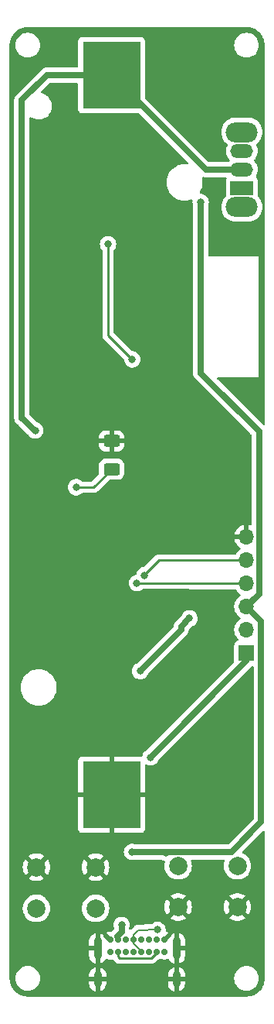
<source format=gbr>
%TF.GenerationSoftware,KiCad,Pcbnew,7.0.2-0*%
%TF.CreationDate,2023-05-31T17:16:31-07:00*%
%TF.ProjectId,camera-clicker,63616d65-7261-42d6-936c-69636b65722e,rev?*%
%TF.SameCoordinates,Original*%
%TF.FileFunction,Copper,L2,Bot*%
%TF.FilePolarity,Positive*%
%FSLAX46Y46*%
G04 Gerber Fmt 4.6, Leading zero omitted, Abs format (unit mm)*
G04 Created by KiCad (PCBNEW 7.0.2-0) date 2023-05-31 17:16:31*
%MOMM*%
%LPD*%
G01*
G04 APERTURE LIST*
G04 Aperture macros list*
%AMRoundRect*
0 Rectangle with rounded corners*
0 $1 Rounding radius*
0 $2 $3 $4 $5 $6 $7 $8 $9 X,Y pos of 4 corners*
0 Add a 4 corners polygon primitive as box body*
4,1,4,$2,$3,$4,$5,$6,$7,$8,$9,$2,$3,0*
0 Add four circle primitives for the rounded corners*
1,1,$1+$1,$2,$3*
1,1,$1+$1,$4,$5*
1,1,$1+$1,$6,$7*
1,1,$1+$1,$8,$9*
0 Add four rect primitives between the rounded corners*
20,1,$1+$1,$2,$3,$4,$5,0*
20,1,$1+$1,$4,$5,$6,$7,0*
20,1,$1+$1,$6,$7,$8,$9,0*
20,1,$1+$1,$8,$9,$2,$3,0*%
G04 Aperture macros list end*
%TA.AperFunction,ComponentPad*%
%ADD10O,3.500000X2.200000*%
%TD*%
%TA.AperFunction,ComponentPad*%
%ADD11R,2.500000X1.500000*%
%TD*%
%TA.AperFunction,ComponentPad*%
%ADD12O,2.500000X1.500000*%
%TD*%
%TA.AperFunction,ComponentPad*%
%ADD13R,1.700000X1.700000*%
%TD*%
%TA.AperFunction,ComponentPad*%
%ADD14O,1.700000X1.700000*%
%TD*%
%TA.AperFunction,ComponentPad*%
%ADD15C,2.000000*%
%TD*%
%TA.AperFunction,ComponentPad*%
%ADD16O,0.900000X1.700000*%
%TD*%
%TA.AperFunction,ComponentPad*%
%ADD17O,0.900000X2.400000*%
%TD*%
%TA.AperFunction,ComponentPad*%
%ADD18C,0.700000*%
%TD*%
%TA.AperFunction,SMDPad,CuDef*%
%ADD19R,6.350000X7.340000*%
%TD*%
%TA.AperFunction,SMDPad,CuDef*%
%ADD20RoundRect,0.250000X-0.625000X0.400000X-0.625000X-0.400000X0.625000X-0.400000X0.625000X0.400000X0*%
%TD*%
%TA.AperFunction,ViaPad*%
%ADD21C,0.800000*%
%TD*%
%TA.AperFunction,Conductor*%
%ADD22C,0.250000*%
%TD*%
%TA.AperFunction,Conductor*%
%ADD23C,0.650000*%
%TD*%
%TA.AperFunction,Conductor*%
%ADD24C,0.200000*%
%TD*%
G04 APERTURE END LIST*
D10*
%TO.P,SW1,*%
%TO.N,*%
X155500000Y-61700000D03*
X155500000Y-53500000D03*
D11*
%TO.P,SW1,1,A*%
%TO.N,unconnected-(SW1-A-Pad1)*%
X155500000Y-59600000D03*
D12*
%TO.P,SW1,2,B*%
%TO.N,Net-(BT1-+)*%
X155500000Y-57600000D03*
%TO.P,SW1,3,C*%
%TO.N,+BATT*%
X155500000Y-55600000D03*
%TD*%
D13*
%TO.P,J2,1,Pin_1*%
%TO.N,+5V*%
X156000000Y-110450000D03*
D14*
%TO.P,J2,2,Pin_2*%
%TO.N,+3.3V*%
X156000000Y-107910000D03*
%TO.P,J2,3,Pin_3*%
%TO.N,+BATT*%
X156000000Y-105370000D03*
%TO.P,J2,4,Pin_4*%
%TO.N,/TX*%
X156000000Y-102830000D03*
%TO.P,J2,5,Pin_5*%
%TO.N,/RX*%
X156000000Y-100290000D03*
%TO.P,J2,6,Pin_6*%
%TO.N,GND*%
X156000000Y-97750000D03*
%TD*%
D15*
%TO.P,SW3,2,B*%
%TO.N,Net-(SW3-B)*%
X148500000Y-133700000D03*
X155000000Y-133700000D03*
%TO.P,SW3,1,A*%
%TO.N,GND*%
X148500000Y-138200000D03*
X155000000Y-138200000D03*
%TD*%
D16*
%TO.P,J1,S1,SHIELD*%
%TO.N,GND*%
X148325000Y-146110000D03*
D17*
X148325000Y-142730000D03*
D16*
X139675000Y-146110000D03*
D17*
X139675000Y-142730000D03*
D18*
%TO.P,J1,B12,GND*%
X141025000Y-143100000D03*
%TO.P,J1,B9,VBUS*%
%TO.N,+5V*%
X141875000Y-143100000D03*
%TO.P,J1,B8,SBU2*%
%TO.N,unconnected-(J1-SBU2-PadB8)*%
X142725000Y-143100000D03*
%TO.P,J1,B7,D-*%
%TO.N,/D-*%
X143575000Y-143100000D03*
%TO.P,J1,B6,D+*%
%TO.N,/D+*%
X144425000Y-143100000D03*
%TO.P,J1,B5,CC2*%
%TO.N,Net-(J1-CC2)*%
X145275000Y-143100000D03*
%TO.P,J1,B4,VBUS*%
%TO.N,+5V*%
X146125000Y-143100000D03*
%TO.P,J1,B1,GND*%
%TO.N,GND*%
X146975000Y-143100000D03*
%TO.P,J1,A12,GND*%
X146975000Y-141750000D03*
%TO.P,J1,A9,VBUS*%
%TO.N,+5V*%
X146125000Y-141750000D03*
%TO.P,J1,A8,SBU1*%
%TO.N,unconnected-(J1-SBU1-PadA8)*%
X145275000Y-141750000D03*
%TO.P,J1,A7,D-*%
%TO.N,/D-*%
X144425000Y-141750000D03*
%TO.P,J1,A6,D+*%
%TO.N,/D+*%
X143575000Y-141750000D03*
%TO.P,J1,A5,CC1*%
%TO.N,Net-(J1-CC1)*%
X142725000Y-141750000D03*
%TO.P,J1,A4,VBUS*%
%TO.N,+5V*%
X141875000Y-141750000D03*
%TO.P,J1,A1,GND*%
%TO.N,GND*%
X141025000Y-141750000D03*
%TD*%
D15*
%TO.P,SW2,2,B*%
%TO.N,GND*%
X132950000Y-133850000D03*
X139450000Y-133850000D03*
%TO.P,SW2,1,A*%
%TO.N,Net-(SW2-A)*%
X132950000Y-138350000D03*
X139450000Y-138350000D03*
%TD*%
D19*
%TO.P,BT1,1,+*%
%TO.N,Net-(BT1-+)*%
X141200000Y-47270000D03*
%TO.P,BT1,2,-*%
%TO.N,GND*%
X141200000Y-125930000D03*
%TD*%
D20*
%TO.P,TH1,1*%
%TO.N,GND*%
X141200000Y-87250000D03*
%TO.P,TH1,2*%
%TO.N,Net-(R6-Pad2)*%
X141200000Y-90350000D03*
%TD*%
D21*
%TO.N,GND*%
X135180000Y-92530000D03*
X133210000Y-90160000D03*
X139380000Y-88980000D03*
%TO.N,/TX*%
X143980000Y-102800000D03*
%TO.N,/RX*%
X144810000Y-101930000D03*
%TO.N,/SW2*%
X143460000Y-78340000D03*
X140810000Y-65750000D03*
%TO.N,+3.3V*%
X149740000Y-106650000D03*
X144330000Y-112410000D03*
%TO.N,+5V*%
X142300000Y-140170000D03*
X145480000Y-121830000D03*
%TO.N,/D+*%
X146230000Y-140700000D03*
%TO.N,+BATT*%
X147120000Y-132240000D03*
X143450000Y-132180000D03*
%TO.N,GND*%
X136560000Y-89260000D03*
%TO.N,Net-(BT1-+)*%
X132820000Y-86100000D03*
%TO.N,+BATT*%
X150970000Y-61150000D03*
%TO.N,Net-(R6-Pad2)*%
X137310000Y-92320000D03*
%TD*%
D22*
%TO.N,/TX*%
X143980000Y-102800000D02*
X143970000Y-102830000D01*
%TO.N,/RX*%
X144740000Y-101930000D02*
X144770000Y-101900000D01*
X144810000Y-101930000D02*
X144740000Y-101930000D01*
X144810000Y-101860000D02*
X144810000Y-101930000D01*
%TO.N,/TX*%
X156000000Y-102830000D02*
X143980000Y-102800000D01*
%TO.N,/RX*%
X146380000Y-100290000D02*
X144810000Y-101860000D01*
X156000000Y-100290000D02*
X146380000Y-100290000D01*
%TO.N,/SW2*%
X143460000Y-78350000D02*
X143430000Y-78320000D01*
X143460000Y-78340000D02*
X143460000Y-78350000D01*
X143450000Y-78340000D02*
X143460000Y-78340000D01*
X140810000Y-75700000D02*
X143450000Y-78340000D01*
X140810000Y-65750000D02*
X140810000Y-75700000D01*
D23*
%TO.N,+3.3V*%
X149740000Y-106650000D02*
X148830000Y-107560000D01*
X148830000Y-107560000D02*
X148830000Y-107910000D01*
X148830000Y-107910000D02*
X144330000Y-112410000D01*
D22*
%TO.N,+5V*%
X141875000Y-143100000D02*
X141875000Y-143594974D01*
X145554595Y-143775000D02*
X146125000Y-143204595D01*
X141875000Y-143594974D02*
X142055026Y-143775000D01*
X142055026Y-143775000D02*
X145554595Y-143775000D01*
X146125000Y-143204595D02*
X146125000Y-143100000D01*
D23*
X142300000Y-140170000D02*
X142300000Y-140937563D01*
X142300000Y-140937563D02*
X141850000Y-141387563D01*
X156000000Y-110450000D02*
X156000000Y-111310000D01*
X156000000Y-111310000D02*
X145480000Y-121830000D01*
D24*
%TO.N,/D+*%
X146230000Y-140700000D02*
X146210000Y-140720000D01*
X143575000Y-141255026D02*
X144110026Y-140720000D01*
X143575000Y-141750000D02*
X143575000Y-141255026D01*
X144110026Y-140720000D02*
X146230000Y-140700000D01*
D23*
%TO.N,+BATT*%
X147055000Y-132175000D02*
X143470000Y-132175000D01*
X147120000Y-132240000D02*
X147055000Y-132175000D01*
X147185000Y-132175000D02*
X147120000Y-132240000D01*
X143460000Y-132175000D02*
X143465000Y-132175000D01*
X143450000Y-132180000D02*
X143460000Y-132175000D01*
X143470000Y-132175000D02*
X143450000Y-132180000D01*
X156000000Y-105370000D02*
X157610000Y-106980000D01*
X157610000Y-128933324D02*
X154368324Y-132175000D01*
X157610000Y-106980000D02*
X157610000Y-128933324D01*
X154368324Y-132175000D02*
X147185000Y-132175000D01*
%TO.N,Net-(BT1-+)*%
X132820000Y-86170000D02*
X132750000Y-86100000D01*
X132820000Y-86100000D02*
X132820000Y-86170000D01*
X132750000Y-86100000D02*
X132820000Y-86100000D01*
X131420000Y-84770000D02*
X132750000Y-86100000D01*
X141200000Y-47270000D02*
X134096842Y-47270000D01*
X131350000Y-50016842D02*
X131350000Y-84770000D01*
X134096842Y-47270000D02*
X131350000Y-50016842D01*
X131350000Y-84770000D02*
X131420000Y-84770000D01*
%TO.N,+BATT*%
X150970000Y-61150000D02*
X150970000Y-79829620D01*
X150970000Y-79829620D02*
X157375000Y-86234620D01*
X157375000Y-86234620D02*
X157375000Y-103995000D01*
X157375000Y-103995000D02*
X156000000Y-105370000D01*
D22*
%TO.N,Net-(R6-Pad2)*%
X137310000Y-92320000D02*
X137270000Y-92320000D01*
X139230000Y-92320000D02*
X137310000Y-92320000D01*
X141200000Y-90350000D02*
X139230000Y-92320000D01*
D24*
%TO.N,/D+*%
X143575000Y-141750000D02*
X143575000Y-142180761D01*
X144425000Y-143030761D02*
X144425000Y-143100000D01*
X143575000Y-142180761D02*
X144425000Y-143030761D01*
D23*
%TO.N,Net-(BT1-+)*%
X155500000Y-57600000D02*
X151530000Y-57600000D01*
X151530000Y-57600000D02*
X141200000Y-47270000D01*
%TD*%
%TA.AperFunction,Conductor*%
%TO.N,GND*%
G36*
X156004042Y-42000764D02*
G01*
X156083743Y-42005988D01*
X156261590Y-42018709D01*
X156276904Y-42020772D01*
X156389441Y-42043157D01*
X156530277Y-42073794D01*
X156543690Y-42077518D01*
X156657725Y-42116228D01*
X156661074Y-42117420D01*
X156788808Y-42165062D01*
X156800300Y-42170024D01*
X156910687Y-42224461D01*
X156915187Y-42226798D01*
X157032478Y-42290844D01*
X157041942Y-42296574D01*
X157145269Y-42365615D01*
X157150688Y-42369450D01*
X157256727Y-42448830D01*
X157264145Y-42454844D01*
X157357976Y-42537131D01*
X157363898Y-42542678D01*
X157457320Y-42636100D01*
X157462867Y-42642022D01*
X157545150Y-42735848D01*
X157551173Y-42743278D01*
X157588691Y-42793396D01*
X157630548Y-42849310D01*
X157634383Y-42854729D01*
X157703424Y-42958056D01*
X157709154Y-42967520D01*
X157773183Y-43084779D01*
X157775556Y-43089348D01*
X157783723Y-43105909D01*
X157829969Y-43199687D01*
X157834938Y-43211196D01*
X157882556Y-43338863D01*
X157883793Y-43342338D01*
X157922470Y-43456276D01*
X157926217Y-43469777D01*
X157956847Y-43610580D01*
X157979230Y-43723107D01*
X157981290Y-43738414D01*
X157994017Y-43916350D01*
X157999235Y-43995955D01*
X157999500Y-44004051D01*
X157999500Y-53444956D01*
X157982506Y-53502828D01*
X157996851Y-53529551D01*
X157999500Y-53555043D01*
X157999500Y-61644956D01*
X157982506Y-61702828D01*
X157996851Y-61729551D01*
X157999500Y-61755043D01*
X157999500Y-85392324D01*
X157979815Y-85459363D01*
X157927011Y-85505118D01*
X157857853Y-85515062D01*
X157794297Y-85486037D01*
X157787819Y-85480005D01*
X152819495Y-80511681D01*
X152786010Y-80450358D01*
X152790994Y-80380666D01*
X152832866Y-80324733D01*
X152898330Y-80300316D01*
X152907176Y-80300000D01*
X157300000Y-80300000D01*
X157300000Y-67100000D01*
X151919500Y-67100000D01*
X151852461Y-67080315D01*
X151806706Y-67027511D01*
X151795500Y-66976000D01*
X151795500Y-61543090D01*
X151801569Y-61504772D01*
X151819739Y-61448852D01*
X151855674Y-61338256D01*
X151875460Y-61150000D01*
X151855674Y-60961744D01*
X151814852Y-60836107D01*
X151797179Y-60781715D01*
X151702533Y-60617783D01*
X151575870Y-60477110D01*
X151422730Y-60365848D01*
X151249802Y-60288855D01*
X151064648Y-60249500D01*
X151064646Y-60249500D01*
X150977535Y-60249500D01*
X150910496Y-60229815D01*
X150864741Y-60177011D01*
X150854797Y-60107853D01*
X150868703Y-60066073D01*
X150904878Y-59999822D01*
X151001568Y-59822749D01*
X151100320Y-59557984D01*
X151160387Y-59281861D01*
X151180546Y-59000000D01*
X151160387Y-58718139D01*
X151120577Y-58535136D01*
X151125561Y-58465447D01*
X151167432Y-58409513D01*
X151232897Y-58385096D01*
X151268395Y-58387678D01*
X151340011Y-58403442D01*
X151343228Y-58404195D01*
X151417900Y-58422766D01*
X151417906Y-58422766D01*
X151418280Y-58422859D01*
X151439832Y-58425500D01*
X151440221Y-58425500D01*
X151517114Y-58425500D01*
X151520471Y-58425544D01*
X151597391Y-58427629D01*
X151597392Y-58427628D01*
X151597774Y-58427639D01*
X151620275Y-58425500D01*
X153695556Y-58425500D01*
X153762595Y-58445185D01*
X153808350Y-58497989D01*
X153818294Y-58567147D01*
X153811738Y-58592834D01*
X153806205Y-58607666D01*
X153806204Y-58607669D01*
X153772158Y-58698950D01*
X153755910Y-58742515D01*
X153755909Y-58742517D01*
X153749500Y-58802127D01*
X153749500Y-58805448D01*
X153749500Y-58805449D01*
X153749500Y-60394560D01*
X153749500Y-60394578D01*
X153749501Y-60397872D01*
X153749853Y-60401150D01*
X153749854Y-60401161D01*
X153756021Y-60458524D01*
X153743614Y-60527283D01*
X153720495Y-60556828D01*
X153721113Y-60557355D01*
X153551165Y-60756338D01*
X153420090Y-60970234D01*
X153419534Y-60971141D01*
X153405415Y-61005225D01*
X153323126Y-61203889D01*
X153264317Y-61448850D01*
X153244551Y-61699999D01*
X153264317Y-61951149D01*
X153323126Y-62196110D01*
X153371330Y-62312485D01*
X153419534Y-62428859D01*
X153551164Y-62643659D01*
X153714776Y-62835224D01*
X153906341Y-62998836D01*
X154121141Y-63130466D01*
X154353889Y-63226873D01*
X154598852Y-63285683D01*
X154787118Y-63300500D01*
X154789563Y-63300500D01*
X156210437Y-63300500D01*
X156212882Y-63300500D01*
X156401148Y-63285683D01*
X156646111Y-63226873D01*
X156878859Y-63130466D01*
X157093659Y-62998836D01*
X157285224Y-62835224D01*
X157448836Y-62643659D01*
X157580466Y-62428859D01*
X157676873Y-62196111D01*
X157735683Y-61951148D01*
X157751882Y-61745311D01*
X157769262Y-61699713D01*
X157756523Y-61679891D01*
X157751883Y-61654690D01*
X157735683Y-61448852D01*
X157676873Y-61203889D01*
X157580466Y-60971141D01*
X157448836Y-60756341D01*
X157285224Y-60564776D01*
X157285221Y-60564773D01*
X157278886Y-60557356D01*
X157280274Y-60556169D01*
X157248543Y-60507560D01*
X157243979Y-60458522D01*
X157250144Y-60401180D01*
X157250500Y-60397873D01*
X157250499Y-58802128D01*
X157244091Y-58742517D01*
X157193796Y-58607669D01*
X157107546Y-58492454D01*
X157107547Y-58492454D01*
X157107545Y-58492452D01*
X157068401Y-58463149D01*
X157026531Y-58407215D01*
X157021547Y-58337523D01*
X157039222Y-58295578D01*
X157105635Y-58194968D01*
X157194103Y-57987988D01*
X157244191Y-57768537D01*
X157254290Y-57543670D01*
X157224075Y-57320613D01*
X157154517Y-57106536D01*
X157047852Y-56908319D01*
X156907508Y-56732334D01*
X156863488Y-56693874D01*
X156825955Y-56634944D01*
X156826241Y-56565075D01*
X156855448Y-56514803D01*
X156863747Y-56506123D01*
X156981632Y-56382825D01*
X157105635Y-56194968D01*
X157194103Y-55987988D01*
X157244191Y-55768537D01*
X157254290Y-55543670D01*
X157224075Y-55320613D01*
X157154517Y-55106536D01*
X157069311Y-54948197D01*
X157054878Y-54879837D01*
X157079695Y-54814523D01*
X157097970Y-54795153D01*
X157285224Y-54635224D01*
X157448836Y-54443659D01*
X157580466Y-54228859D01*
X157676873Y-53996111D01*
X157735683Y-53751148D01*
X157751882Y-53545311D01*
X157769262Y-53499713D01*
X157756523Y-53479891D01*
X157751883Y-53454690D01*
X157735683Y-53248852D01*
X157676873Y-53003889D01*
X157580466Y-52771141D01*
X157448836Y-52556341D01*
X157285224Y-52364776D01*
X157093659Y-52201164D01*
X156878859Y-52069534D01*
X156762484Y-52021330D01*
X156646110Y-51973126D01*
X156401149Y-51914317D01*
X156215316Y-51899691D01*
X156215301Y-51899690D01*
X156212882Y-51899500D01*
X154787118Y-51899500D01*
X154784699Y-51899690D01*
X154784683Y-51899691D01*
X154598850Y-51914317D01*
X154353889Y-51973126D01*
X154121139Y-52069535D01*
X153906342Y-52201163D01*
X153714776Y-52364776D01*
X153551163Y-52556342D01*
X153419535Y-52771139D01*
X153323126Y-53003889D01*
X153264317Y-53248850D01*
X153244551Y-53500000D01*
X153264317Y-53751149D01*
X153323126Y-53996110D01*
X153371330Y-54112485D01*
X153419534Y-54228859D01*
X153551164Y-54443659D01*
X153714776Y-54635224D01*
X153902405Y-54795474D01*
X153940598Y-54853981D01*
X153941096Y-54923849D01*
X153925361Y-54958074D01*
X153894365Y-55005032D01*
X153805896Y-55212012D01*
X153755809Y-55431462D01*
X153745709Y-55656328D01*
X153775925Y-55879388D01*
X153811211Y-55987988D01*
X153845483Y-56093464D01*
X153952148Y-56291681D01*
X154092492Y-56467666D01*
X154136510Y-56506124D01*
X154174044Y-56565055D01*
X154173758Y-56634924D01*
X154144553Y-56685195D01*
X154125799Y-56704809D01*
X154095795Y-56736191D01*
X154035241Y-56771044D01*
X154006169Y-56774500D01*
X151923295Y-56774500D01*
X151856256Y-56754815D01*
X151835614Y-56738181D01*
X144911818Y-49814385D01*
X144878333Y-49753062D01*
X144875499Y-49726704D01*
X144875499Y-44000000D01*
X154644340Y-44000000D01*
X154664936Y-44235407D01*
X154726097Y-44463662D01*
X154726097Y-44463663D01*
X154825965Y-44677829D01*
X154961505Y-44871401D01*
X155128599Y-45038495D01*
X155322171Y-45174035D01*
X155536337Y-45273903D01*
X155764592Y-45335063D01*
X155941034Y-45350500D01*
X155943742Y-45350500D01*
X156056258Y-45350500D01*
X156058966Y-45350500D01*
X156235408Y-45335063D01*
X156463663Y-45273903D01*
X156677829Y-45174035D01*
X156871401Y-45038495D01*
X157038495Y-44871401D01*
X157174035Y-44677830D01*
X157273903Y-44463663D01*
X157335063Y-44235408D01*
X157355659Y-44000000D01*
X157335063Y-43764592D01*
X157273903Y-43536337D01*
X157174035Y-43322171D01*
X157038495Y-43128599D01*
X156871401Y-42961505D01*
X156677829Y-42825965D01*
X156463663Y-42726097D01*
X156463662Y-42726097D01*
X156235407Y-42664936D01*
X156061667Y-42649736D01*
X156061659Y-42649735D01*
X156058966Y-42649500D01*
X155941034Y-42649500D01*
X155938341Y-42649735D01*
X155938332Y-42649736D01*
X155764592Y-42664936D01*
X155536336Y-42726097D01*
X155322170Y-42825965D01*
X155128598Y-42961505D01*
X154961508Y-43128595D01*
X154961505Y-43128598D01*
X154961505Y-43128599D01*
X154887126Y-43234824D01*
X154825964Y-43322172D01*
X154726097Y-43536337D01*
X154664936Y-43764592D01*
X154644340Y-44000000D01*
X144875499Y-44000000D01*
X144875499Y-43555439D01*
X144875499Y-43552128D01*
X144869091Y-43492517D01*
X144818796Y-43357669D01*
X144732546Y-43242454D01*
X144617331Y-43156204D01*
X144482483Y-43105909D01*
X144422873Y-43099500D01*
X144419550Y-43099500D01*
X137980439Y-43099500D01*
X137980420Y-43099500D01*
X137977128Y-43099501D01*
X137973848Y-43099853D01*
X137973840Y-43099854D01*
X137917515Y-43105909D01*
X137782669Y-43156204D01*
X137667454Y-43242454D01*
X137581204Y-43357668D01*
X137530910Y-43492515D01*
X137530909Y-43492517D01*
X137524500Y-43552127D01*
X137524500Y-43555448D01*
X137524500Y-43555449D01*
X137524500Y-46320500D01*
X137504815Y-46387539D01*
X137452011Y-46433294D01*
X137400500Y-46444500D01*
X134135437Y-46444500D01*
X134125374Y-46444091D01*
X134123175Y-46443911D01*
X134074357Y-46439937D01*
X134074356Y-46439937D01*
X134074355Y-46439937D01*
X133998149Y-46450318D01*
X133994822Y-46450726D01*
X133917953Y-46459087D01*
X133896809Y-46464042D01*
X133824245Y-46490700D01*
X133821082Y-46491813D01*
X133747823Y-46516498D01*
X133728213Y-46525894D01*
X133663056Y-46567541D01*
X133660206Y-46569309D01*
X133593999Y-46609145D01*
X133576877Y-46622531D01*
X133522234Y-46677174D01*
X133519828Y-46679515D01*
X133463689Y-46732692D01*
X133449290Y-46750117D01*
X130793572Y-49405834D01*
X130786169Y-49412660D01*
X130747154Y-49445800D01*
X130700608Y-49507031D01*
X130698541Y-49509675D01*
X130650109Y-49569927D01*
X130638653Y-49588396D01*
X130606180Y-49658582D01*
X130604731Y-49661604D01*
X130570400Y-49730830D01*
X130563176Y-49751349D01*
X130546557Y-49826845D01*
X130545792Y-49830110D01*
X130527140Y-49905115D01*
X130524500Y-49926684D01*
X130524500Y-50003956D01*
X130524455Y-50007314D01*
X130522360Y-50084620D01*
X130524499Y-50107113D01*
X130524499Y-84692682D01*
X130522867Y-84712735D01*
X130520849Y-84725043D01*
X130524318Y-84789008D01*
X130524500Y-84795721D01*
X130524500Y-84814760D01*
X130524861Y-84818082D01*
X130524862Y-84818095D01*
X130526558Y-84833688D01*
X130527102Y-84840374D01*
X130530570Y-84904340D01*
X130533905Y-84916350D01*
X130537696Y-84936103D01*
X130539045Y-84948500D01*
X130539046Y-84948505D01*
X130559495Y-85009196D01*
X130561465Y-85015613D01*
X130578607Y-85077352D01*
X130584446Y-85088365D01*
X130592397Y-85106849D01*
X130596376Y-85118659D01*
X130629400Y-85173545D01*
X130632703Y-85179388D01*
X130658005Y-85227110D01*
X130662714Y-85235992D01*
X130665147Y-85238856D01*
X130670782Y-85245490D01*
X130682527Y-85261841D01*
X130688951Y-85272519D01*
X130732999Y-85319020D01*
X130737482Y-85324017D01*
X130755742Y-85345514D01*
X130778956Y-85372843D01*
X130786108Y-85378279D01*
X130788877Y-85380385D01*
X130803854Y-85393820D01*
X130812431Y-85402875D01*
X130848175Y-85427110D01*
X130865458Y-85438828D01*
X130870910Y-85442745D01*
X130921901Y-85481507D01*
X130933216Y-85486742D01*
X130950738Y-85496649D01*
X130961047Y-85503639D01*
X130961048Y-85503639D01*
X130961049Y-85503640D01*
X130964759Y-85505118D01*
X130979143Y-85510849D01*
X131020929Y-85538362D01*
X132038608Y-86556041D01*
X132058314Y-86581722D01*
X132087466Y-86632216D01*
X132214129Y-86772889D01*
X132367269Y-86884151D01*
X132540197Y-86961144D01*
X132725352Y-87000500D01*
X132725354Y-87000500D01*
X132914648Y-87000500D01*
X132917000Y-87000000D01*
X139825000Y-87000000D01*
X140950000Y-87000000D01*
X140950000Y-86100000D01*
X141450000Y-86100000D01*
X141450000Y-87000000D01*
X142574999Y-87000000D01*
X142574999Y-86803170D01*
X142574678Y-86796888D01*
X142564506Y-86697304D01*
X142509357Y-86530877D01*
X142417316Y-86381654D01*
X142293345Y-86257683D01*
X142144122Y-86165642D01*
X141977696Y-86110493D01*
X141878109Y-86100319D01*
X141871832Y-86100000D01*
X141450000Y-86100000D01*
X140950000Y-86100000D01*
X140528171Y-86100000D01*
X140521888Y-86100321D01*
X140422304Y-86110493D01*
X140255877Y-86165642D01*
X140106654Y-86257683D01*
X139982683Y-86381654D01*
X139890642Y-86530877D01*
X139835493Y-86697303D01*
X139825319Y-86796890D01*
X139825000Y-86803168D01*
X139825000Y-87000000D01*
X132917000Y-87000000D01*
X133038084Y-86974262D01*
X133099803Y-86961144D01*
X133272730Y-86884151D01*
X133272729Y-86884150D01*
X133425870Y-86772889D01*
X133552533Y-86632216D01*
X133647179Y-86468284D01*
X133675327Y-86381654D01*
X133705674Y-86288256D01*
X133725460Y-86100000D01*
X133705674Y-85911744D01*
X133647179Y-85731716D01*
X133647179Y-85731715D01*
X133552533Y-85567783D01*
X133425870Y-85427110D01*
X133272732Y-85315849D01*
X133157445Y-85264520D01*
X133099803Y-85238856D01*
X133080466Y-85234745D01*
X133018986Y-85201552D01*
X133018570Y-85201137D01*
X132211819Y-84394385D01*
X132178334Y-84333062D01*
X132175500Y-84306704D01*
X132175500Y-65749999D01*
X139904540Y-65749999D01*
X139924326Y-65938257D01*
X139982820Y-66118284D01*
X140077464Y-66282213D01*
X140152650Y-66365714D01*
X140182880Y-66428706D01*
X140184500Y-66448687D01*
X140184500Y-75617256D01*
X140182235Y-75637766D01*
X140184439Y-75707872D01*
X140184500Y-75711767D01*
X140184500Y-75739350D01*
X140184988Y-75743219D01*
X140184989Y-75743225D01*
X140185004Y-75743343D01*
X140185918Y-75754967D01*
X140187290Y-75798626D01*
X140192879Y-75817860D01*
X140196825Y-75836916D01*
X140199335Y-75856792D01*
X140215414Y-75897404D01*
X140219197Y-75908451D01*
X140231382Y-75950391D01*
X140241580Y-75967635D01*
X140250136Y-75985100D01*
X140257514Y-76003732D01*
X140257515Y-76003733D01*
X140283180Y-76039059D01*
X140289593Y-76048822D01*
X140311826Y-76086416D01*
X140311829Y-76086419D01*
X140311830Y-76086420D01*
X140325995Y-76100585D01*
X140338627Y-76115375D01*
X140350406Y-76131587D01*
X140384058Y-76159426D01*
X140392699Y-76167289D01*
X142522214Y-78296805D01*
X142555699Y-78358128D01*
X142557852Y-78371512D01*
X142572101Y-78507091D01*
X142574326Y-78528257D01*
X142632820Y-78708284D01*
X142727466Y-78872216D01*
X142854129Y-79012889D01*
X143007269Y-79124151D01*
X143180197Y-79201144D01*
X143365352Y-79240500D01*
X143365354Y-79240500D01*
X143554648Y-79240500D01*
X143678083Y-79214262D01*
X143739803Y-79201144D01*
X143912730Y-79124151D01*
X144065871Y-79012888D01*
X144192533Y-78872216D01*
X144287179Y-78708284D01*
X144345674Y-78528256D01*
X144365460Y-78340000D01*
X144345674Y-78151744D01*
X144287179Y-77971716D01*
X144287179Y-77971715D01*
X144192533Y-77807783D01*
X144065870Y-77667110D01*
X143912730Y-77555848D01*
X143739802Y-77478855D01*
X143554648Y-77439500D01*
X143554646Y-77439500D01*
X143485452Y-77439500D01*
X143418413Y-77419815D01*
X143397771Y-77403181D01*
X141471819Y-75477228D01*
X141438334Y-75415905D01*
X141435500Y-75389547D01*
X141435500Y-66448687D01*
X141455185Y-66381648D01*
X141467350Y-66365714D01*
X141542533Y-66282216D01*
X141637179Y-66118284D01*
X141695674Y-65938256D01*
X141715460Y-65750000D01*
X141695674Y-65561744D01*
X141637179Y-65381716D01*
X141637179Y-65381715D01*
X141542533Y-65217783D01*
X141415870Y-65077110D01*
X141262730Y-64965848D01*
X141089802Y-64888855D01*
X140904648Y-64849500D01*
X140904646Y-64849500D01*
X140715354Y-64849500D01*
X140715352Y-64849500D01*
X140530197Y-64888855D01*
X140357269Y-64965848D01*
X140204129Y-65077110D01*
X140077466Y-65217783D01*
X139982820Y-65381715D01*
X139924326Y-65561742D01*
X139904540Y-65749999D01*
X132175500Y-65749999D01*
X132175500Y-51956450D01*
X132195185Y-51889411D01*
X132247989Y-51843656D01*
X132317147Y-51833712D01*
X132367322Y-51852642D01*
X132461722Y-51914317D01*
X132509660Y-51945636D01*
X132729038Y-52041864D01*
X132961263Y-52100672D01*
X133140213Y-52115500D01*
X133142783Y-52115500D01*
X133257217Y-52115500D01*
X133259787Y-52115500D01*
X133438737Y-52100672D01*
X133670962Y-52041864D01*
X133890340Y-51945636D01*
X134090887Y-51814612D01*
X134267134Y-51652366D01*
X134414271Y-51463323D01*
X134528287Y-51252641D01*
X134606070Y-51026065D01*
X134645500Y-50789778D01*
X134645500Y-50550222D01*
X134606070Y-50313935D01*
X134528287Y-50087359D01*
X134414271Y-49876677D01*
X134267134Y-49687634D01*
X134149939Y-49579749D01*
X134090884Y-49525385D01*
X133890341Y-49394364D01*
X133762810Y-49338424D01*
X133670962Y-49298136D01*
X133670960Y-49298135D01*
X133670959Y-49298135D01*
X133535555Y-49263845D01*
X133475399Y-49228306D01*
X133444008Y-49165885D01*
X133451346Y-49096402D01*
X133478312Y-49055962D01*
X134402456Y-48131819D01*
X134463780Y-48098334D01*
X134490138Y-48095500D01*
X137400501Y-48095500D01*
X137467540Y-48115185D01*
X137513295Y-48167989D01*
X137524501Y-48219499D01*
X137524501Y-50987872D01*
X137524853Y-50991152D01*
X137524854Y-50991159D01*
X137528607Y-51026068D01*
X137530909Y-51047483D01*
X137581204Y-51182331D01*
X137667454Y-51297546D01*
X137782669Y-51383796D01*
X137917517Y-51434091D01*
X137977127Y-51440500D01*
X144151703Y-51440499D01*
X144218742Y-51460184D01*
X144239384Y-51476818D01*
X149592618Y-56830052D01*
X149626103Y-56891375D01*
X149621119Y-56961067D01*
X149579247Y-57017000D01*
X149513783Y-57041417D01*
X149490741Y-57039769D01*
X149490707Y-57040246D01*
X149481863Y-57039613D01*
X149481861Y-57039613D01*
X149307732Y-57027159D01*
X149272763Y-57024658D01*
X149272761Y-57024657D01*
X149270553Y-57024500D01*
X149129447Y-57024500D01*
X149127239Y-57024657D01*
X149127236Y-57024658D01*
X148918138Y-57039613D01*
X148642020Y-57099678D01*
X148545179Y-57135798D01*
X148377251Y-57198432D01*
X148315520Y-57232139D01*
X148129234Y-57333859D01*
X147903017Y-57503203D01*
X147703203Y-57703017D01*
X147533859Y-57929234D01*
X147432139Y-58115520D01*
X147398432Y-58177251D01*
X147368009Y-58258819D01*
X147299678Y-58442020D01*
X147239613Y-58718138D01*
X147219453Y-58999999D01*
X147239613Y-59281861D01*
X147299678Y-59557979D01*
X147299680Y-59557984D01*
X147398432Y-59822749D01*
X147482999Y-59977621D01*
X147533859Y-60070765D01*
X147703203Y-60296982D01*
X147903017Y-60496796D01*
X148129234Y-60666140D01*
X148129236Y-60666141D01*
X148377251Y-60801568D01*
X148642016Y-60900320D01*
X148642019Y-60900320D01*
X148642020Y-60900321D01*
X148681320Y-60908870D01*
X148918139Y-60960387D01*
X149129447Y-60975500D01*
X149131662Y-60975500D01*
X149268338Y-60975500D01*
X149270553Y-60975500D01*
X149481861Y-60960387D01*
X149757984Y-60900320D01*
X149916784Y-60841090D01*
X149986470Y-60836107D01*
X150047794Y-60869591D01*
X150081279Y-60930914D01*
X150083433Y-60970232D01*
X150064540Y-61150000D01*
X150084326Y-61338256D01*
X150120260Y-61448850D01*
X150138431Y-61504772D01*
X150144500Y-61543090D01*
X150144500Y-79791025D01*
X150144091Y-79801088D01*
X150139937Y-79852106D01*
X150150318Y-79928311D01*
X150150726Y-79931639D01*
X150159087Y-80008509D01*
X150164045Y-80029662D01*
X150190699Y-80102214D01*
X150191814Y-80105380D01*
X150216499Y-80178643D01*
X150225891Y-80198242D01*
X150267518Y-80263366D01*
X150269288Y-80266219D01*
X150309147Y-80332465D01*
X150322528Y-80349581D01*
X150322799Y-80349852D01*
X150322800Y-80349853D01*
X150377190Y-80404243D01*
X150379496Y-80406613D01*
X150432692Y-80462771D01*
X150450119Y-80477172D01*
X156513181Y-86540234D01*
X156546666Y-86601557D01*
X156549500Y-86627915D01*
X156549500Y-96338015D01*
X156529815Y-96405054D01*
X156477011Y-96450809D01*
X156407853Y-96460753D01*
X156393406Y-96457790D01*
X156250000Y-96419364D01*
X156250000Y-97314498D01*
X156142315Y-97265320D01*
X156035763Y-97250000D01*
X155964237Y-97250000D01*
X155857685Y-97265320D01*
X155750000Y-97314498D01*
X155750000Y-96419364D01*
X155749999Y-96419364D01*
X155536507Y-96476569D01*
X155322421Y-96576400D01*
X155128921Y-96711890D01*
X154961890Y-96878921D01*
X154826400Y-97072421D01*
X154726569Y-97286507D01*
X154669364Y-97499999D01*
X154669364Y-97500000D01*
X155566314Y-97500000D01*
X155540507Y-97540156D01*
X155500000Y-97678111D01*
X155500000Y-97821889D01*
X155540507Y-97959844D01*
X155566314Y-98000000D01*
X154669364Y-98000000D01*
X154726569Y-98213492D01*
X154826399Y-98427576D01*
X154961893Y-98621081D01*
X155128918Y-98788106D01*
X155314595Y-98918119D01*
X155358219Y-98972696D01*
X155365412Y-99042195D01*
X155333890Y-99104549D01*
X155314595Y-99121269D01*
X155128595Y-99251508D01*
X154961505Y-99418598D01*
X154826349Y-99611623D01*
X154771772Y-99655248D01*
X154724774Y-99664500D01*
X146462740Y-99664500D01*
X146442236Y-99662236D01*
X146372144Y-99664439D01*
X146368250Y-99664500D01*
X146340650Y-99664500D01*
X146336799Y-99664986D01*
X146336768Y-99664988D01*
X146336640Y-99665005D01*
X146325028Y-99665918D01*
X146281372Y-99667290D01*
X146262135Y-99672879D01*
X146243094Y-99676822D01*
X146223208Y-99679335D01*
X146182582Y-99695419D01*
X146171537Y-99699200D01*
X146129613Y-99711381D01*
X146112365Y-99721581D01*
X146094903Y-99730135D01*
X146082915Y-99734881D01*
X146076265Y-99737515D01*
X146040926Y-99763189D01*
X146031168Y-99769599D01*
X145993579Y-99791829D01*
X145979410Y-99805998D01*
X145964622Y-99818628D01*
X145948413Y-99830405D01*
X145920572Y-99864058D01*
X145912711Y-99872696D01*
X144792228Y-100993181D01*
X144730905Y-101026666D01*
X144726413Y-101027148D01*
X144530197Y-101068855D01*
X144357269Y-101145848D01*
X144204129Y-101257110D01*
X144077466Y-101397783D01*
X143982820Y-101561715D01*
X143924326Y-101741742D01*
X143917674Y-101805035D01*
X143891089Y-101869649D01*
X143833791Y-101909633D01*
X143820134Y-101913362D01*
X143700197Y-101938855D01*
X143527269Y-102015848D01*
X143374129Y-102127110D01*
X143247466Y-102267783D01*
X143152820Y-102431715D01*
X143094326Y-102611742D01*
X143074540Y-102799999D01*
X143094326Y-102988257D01*
X143152820Y-103168284D01*
X143247466Y-103332216D01*
X143374129Y-103472889D01*
X143527269Y-103584151D01*
X143700197Y-103661144D01*
X143885352Y-103700500D01*
X143885354Y-103700500D01*
X144074648Y-103700500D01*
X144198084Y-103674262D01*
X144259803Y-103661144D01*
X144432730Y-103584151D01*
X144585871Y-103472888D01*
X144590015Y-103468285D01*
X144649499Y-103431635D01*
X144682473Y-103427255D01*
X154722851Y-103452314D01*
X154789842Y-103472166D01*
X154824117Y-103505190D01*
X154825963Y-103507827D01*
X154825965Y-103507830D01*
X154961505Y-103701401D01*
X155128599Y-103868495D01*
X155314160Y-103998426D01*
X155357783Y-104053002D01*
X155364976Y-104122501D01*
X155333454Y-104184855D01*
X155314159Y-104201575D01*
X155128595Y-104331508D01*
X154961505Y-104498598D01*
X154825965Y-104692170D01*
X154726097Y-104906336D01*
X154664936Y-105134592D01*
X154644340Y-105370000D01*
X154664936Y-105605407D01*
X154703546Y-105749500D01*
X154726097Y-105833663D01*
X154825965Y-106047830D01*
X154961505Y-106241401D01*
X155128599Y-106408495D01*
X155314160Y-106538426D01*
X155357783Y-106593002D01*
X155364976Y-106662501D01*
X155333454Y-106724855D01*
X155314158Y-106741575D01*
X155259854Y-106779600D01*
X155128595Y-106871508D01*
X154961505Y-107038598D01*
X154825965Y-107232170D01*
X154726097Y-107446336D01*
X154664936Y-107674592D01*
X154644340Y-107909999D01*
X154664936Y-108145407D01*
X154697051Y-108265260D01*
X154726097Y-108373663D01*
X154825965Y-108587830D01*
X154961505Y-108781401D01*
X154961508Y-108781404D01*
X155083430Y-108903326D01*
X155116915Y-108964649D01*
X155111931Y-109034341D01*
X155070059Y-109090274D01*
X155039083Y-109107189D01*
X154907669Y-109156204D01*
X154792454Y-109242454D01*
X154706204Y-109357668D01*
X154706203Y-109357669D01*
X154706204Y-109357669D01*
X154655909Y-109492517D01*
X154649500Y-109552127D01*
X154649500Y-109555448D01*
X154649500Y-109555449D01*
X154649500Y-111344560D01*
X154649500Y-111344578D01*
X154649501Y-111347872D01*
X154649853Y-111351150D01*
X154649854Y-111351161D01*
X154657253Y-111419987D01*
X154644846Y-111488746D01*
X154621644Y-111520921D01*
X145168702Y-120973862D01*
X145131458Y-120999460D01*
X145027268Y-121045850D01*
X144874129Y-121157111D01*
X144747466Y-121297783D01*
X144652820Y-121461715D01*
X144594325Y-121641747D01*
X144593111Y-121653298D01*
X144566526Y-121717912D01*
X144509227Y-121757896D01*
X144456536Y-121763624D01*
X144426114Y-121760353D01*
X144419518Y-121760000D01*
X141450000Y-121760000D01*
X141450000Y-125680000D01*
X144875000Y-125680000D01*
X144875000Y-122737299D01*
X144894685Y-122670260D01*
X144947489Y-122624505D01*
X145016647Y-122614561D01*
X145049436Y-122624020D01*
X145200197Y-122691144D01*
X145385352Y-122730500D01*
X145385354Y-122730500D01*
X145574648Y-122730500D01*
X145698083Y-122704262D01*
X145759803Y-122691144D01*
X145932730Y-122614151D01*
X146085871Y-122502888D01*
X146212533Y-122362216D01*
X146307179Y-122198284D01*
X146311470Y-122185076D01*
X146341719Y-122135712D01*
X156556429Y-111921002D01*
X156563808Y-111914199D01*
X156580228Y-111900252D01*
X156644067Y-111871858D01*
X156713124Y-111882484D01*
X156765473Y-111928759D01*
X156784500Y-111994764D01*
X156784500Y-128540028D01*
X156764815Y-128607067D01*
X156748181Y-128627709D01*
X154062709Y-131313181D01*
X154001386Y-131346666D01*
X153975028Y-131349500D01*
X147274725Y-131349500D01*
X147248944Y-131346790D01*
X147214647Y-131339500D01*
X147214646Y-131339500D01*
X147025354Y-131339500D01*
X147025353Y-131339500D01*
X146996115Y-131345714D01*
X146988095Y-131347278D01*
X146964725Y-131349500D01*
X143824987Y-131349500D01*
X143774551Y-131338779D01*
X143729802Y-131318855D01*
X143544648Y-131279500D01*
X143544646Y-131279500D01*
X143355354Y-131279500D01*
X143355352Y-131279500D01*
X143170197Y-131318855D01*
X142997269Y-131395848D01*
X142844129Y-131507110D01*
X142717466Y-131647783D01*
X142622820Y-131811715D01*
X142564326Y-131991742D01*
X142544540Y-132180000D01*
X142564326Y-132368257D01*
X142622820Y-132548284D01*
X142717466Y-132712216D01*
X142844129Y-132852889D01*
X142997269Y-132964151D01*
X143170197Y-133041144D01*
X143355352Y-133080500D01*
X143355354Y-133080500D01*
X143544648Y-133080500D01*
X143668084Y-133054262D01*
X143729803Y-133041144D01*
X143776877Y-133020185D01*
X143797011Y-133011221D01*
X143847447Y-133000500D01*
X146594427Y-133000500D01*
X146661466Y-133020185D01*
X146667263Y-133024148D01*
X146840197Y-133101144D01*
X146964259Y-133127514D01*
X147025741Y-133160706D01*
X147059518Y-133221869D01*
X147058685Y-133279244D01*
X147014891Y-133452183D01*
X146994356Y-133700000D01*
X147014891Y-133947816D01*
X147014891Y-133947819D01*
X147014892Y-133947821D01*
X147075937Y-134188881D01*
X147082373Y-134203553D01*
X147175825Y-134416604D01*
X147175827Y-134416607D01*
X147311836Y-134624785D01*
X147480256Y-134807738D01*
X147480259Y-134807740D01*
X147676485Y-134960470D01*
X147676487Y-134960471D01*
X147676491Y-134960474D01*
X147895190Y-135078828D01*
X148130386Y-135159571D01*
X148375665Y-135200500D01*
X148624335Y-135200500D01*
X148869614Y-135159571D01*
X149104810Y-135078828D01*
X149323509Y-134960474D01*
X149519744Y-134807738D01*
X149688164Y-134624785D01*
X149824173Y-134416607D01*
X149924063Y-134188881D01*
X149985108Y-133947821D01*
X150005643Y-133700000D01*
X149985108Y-133452179D01*
X149924063Y-133211119D01*
X149907916Y-133174309D01*
X149899014Y-133105010D01*
X149928991Y-133041898D01*
X149988331Y-133005011D01*
X150021473Y-133000500D01*
X153478527Y-133000500D01*
X153545566Y-133020185D01*
X153591321Y-133072989D01*
X153601265Y-133142147D01*
X153592083Y-133174310D01*
X153575937Y-133211117D01*
X153514891Y-133452183D01*
X153494356Y-133700000D01*
X153514891Y-133947816D01*
X153514891Y-133947819D01*
X153514892Y-133947821D01*
X153575937Y-134188881D01*
X153582373Y-134203553D01*
X153675825Y-134416604D01*
X153675827Y-134416607D01*
X153811836Y-134624785D01*
X153980256Y-134807738D01*
X153980259Y-134807740D01*
X154176485Y-134960470D01*
X154176487Y-134960471D01*
X154176491Y-134960474D01*
X154395190Y-135078828D01*
X154630386Y-135159571D01*
X154875665Y-135200500D01*
X155124335Y-135200500D01*
X155369614Y-135159571D01*
X155604810Y-135078828D01*
X155823509Y-134960474D01*
X156019744Y-134807738D01*
X156188164Y-134624785D01*
X156324173Y-134416607D01*
X156424063Y-134188881D01*
X156485108Y-133947821D01*
X156505643Y-133700000D01*
X156485108Y-133452179D01*
X156424063Y-133211119D01*
X156324173Y-132983393D01*
X156188164Y-132775215D01*
X156019744Y-132592262D01*
X155823509Y-132439526D01*
X155823508Y-132439525D01*
X155611411Y-132324743D01*
X155561821Y-132275524D01*
X155546713Y-132207307D01*
X155570884Y-132141752D01*
X155582741Y-132128015D01*
X157787821Y-129922935D01*
X157849142Y-129889452D01*
X157918834Y-129894436D01*
X157974767Y-129936308D01*
X157999184Y-130001772D01*
X157999500Y-130010618D01*
X157999500Y-145995947D01*
X157999234Y-146004058D01*
X157994017Y-146083648D01*
X157981291Y-146261574D01*
X157979225Y-146276916D01*
X157956851Y-146389402D01*
X157926212Y-146530244D01*
X157922473Y-146543714D01*
X157883793Y-146657660D01*
X157882556Y-146661135D01*
X157834938Y-146788802D01*
X157829969Y-146800311D01*
X157775564Y-146910635D01*
X157773183Y-146915219D01*
X157709154Y-147032478D01*
X157703424Y-147041942D01*
X157634383Y-147145269D01*
X157630548Y-147150688D01*
X157551181Y-147256711D01*
X157545142Y-147264160D01*
X157462867Y-147357976D01*
X157457320Y-147363898D01*
X157363898Y-147457320D01*
X157357976Y-147462867D01*
X157264160Y-147545142D01*
X157256711Y-147551181D01*
X157150688Y-147630548D01*
X157145269Y-147634383D01*
X157041942Y-147703424D01*
X157032478Y-147709154D01*
X156915219Y-147773183D01*
X156910635Y-147775564D01*
X156800311Y-147829969D01*
X156788802Y-147834938D01*
X156661135Y-147882556D01*
X156657660Y-147883793D01*
X156543722Y-147922470D01*
X156530221Y-147926217D01*
X156389419Y-147956847D01*
X156342048Y-147966270D01*
X156276896Y-147979229D01*
X156261584Y-147981290D01*
X156083649Y-147994017D01*
X156060221Y-147995552D01*
X156004030Y-147999235D01*
X155995948Y-147999500D01*
X132004053Y-147999500D01*
X131995943Y-147999234D01*
X131916352Y-147994017D01*
X131738424Y-147981291D01*
X131723082Y-147979225D01*
X131665195Y-147967710D01*
X131610600Y-147956851D01*
X131469746Y-147926210D01*
X131456284Y-147922473D01*
X131456275Y-147922470D01*
X131385362Y-147898398D01*
X131342338Y-147883793D01*
X131338863Y-147882556D01*
X131211196Y-147834938D01*
X131199687Y-147829969D01*
X131134947Y-147798043D01*
X131089348Y-147775556D01*
X131084779Y-147773183D01*
X130967520Y-147709154D01*
X130958056Y-147703424D01*
X130854729Y-147634383D01*
X130849310Y-147630548D01*
X130793396Y-147588691D01*
X130743278Y-147551173D01*
X130735848Y-147545150D01*
X130642022Y-147462867D01*
X130636100Y-147457320D01*
X130542678Y-147363898D01*
X130537131Y-147357976D01*
X130505450Y-147321851D01*
X130454844Y-147264145D01*
X130448830Y-147256727D01*
X130369450Y-147150688D01*
X130365615Y-147145269D01*
X130296574Y-147041942D01*
X130290844Y-147032478D01*
X130226798Y-146915187D01*
X130224461Y-146910687D01*
X130170024Y-146800300D01*
X130165060Y-146788802D01*
X130117420Y-146661074D01*
X130116228Y-146657725D01*
X130077522Y-146543703D01*
X130073786Y-146530240D01*
X130043157Y-146389441D01*
X130020767Y-146276879D01*
X130018709Y-146261593D01*
X130005988Y-146083743D01*
X130000765Y-146004041D01*
X130000633Y-146000000D01*
X130644340Y-146000000D01*
X130664936Y-146235407D01*
X130698321Y-146360000D01*
X130726097Y-146463663D01*
X130825965Y-146677829D01*
X130961505Y-146871401D01*
X131128599Y-147038495D01*
X131322171Y-147174035D01*
X131536337Y-147273903D01*
X131764592Y-147335063D01*
X131941034Y-147350500D01*
X131943742Y-147350500D01*
X132056258Y-147350500D01*
X132058966Y-147350500D01*
X132235408Y-147335063D01*
X132463663Y-147273903D01*
X132677829Y-147174035D01*
X132871401Y-147038495D01*
X133038495Y-146871401D01*
X133174035Y-146677830D01*
X133231296Y-146555033D01*
X138725000Y-146555033D01*
X138725317Y-146561298D01*
X138739648Y-146702222D01*
X138797488Y-146886569D01*
X138891253Y-147055503D01*
X139017105Y-147202104D01*
X139169892Y-147320370D01*
X139343358Y-147405458D01*
X139425000Y-147426595D01*
X139425000Y-146676110D01*
X139449457Y-146715610D01*
X139538962Y-146783201D01*
X139646840Y-146813895D01*
X139758521Y-146803546D01*
X139858922Y-146753552D01*
X139925000Y-146681069D01*
X139925000Y-147430470D01*
X140095527Y-147367314D01*
X140259501Y-147265109D01*
X140399535Y-147131996D01*
X140509912Y-146973414D01*
X140586106Y-146795862D01*
X140625000Y-146606604D01*
X140625000Y-146555033D01*
X147375000Y-146555033D01*
X147375317Y-146561298D01*
X147389648Y-146702222D01*
X147447488Y-146886569D01*
X147541253Y-147055503D01*
X147667105Y-147202104D01*
X147819892Y-147320370D01*
X147993358Y-147405458D01*
X148075000Y-147426595D01*
X148075000Y-146676110D01*
X148099457Y-146715610D01*
X148188962Y-146783201D01*
X148296840Y-146813895D01*
X148408521Y-146803546D01*
X148508922Y-146753552D01*
X148575000Y-146681069D01*
X148575000Y-147430470D01*
X148745527Y-147367314D01*
X148909501Y-147265109D01*
X149049535Y-147131996D01*
X149159912Y-146973414D01*
X149236106Y-146795862D01*
X149275000Y-146606604D01*
X149275000Y-146360000D01*
X148625000Y-146360000D01*
X148625000Y-145999999D01*
X154644340Y-145999999D01*
X154664936Y-146235407D01*
X154698321Y-146360000D01*
X154726097Y-146463663D01*
X154825965Y-146677829D01*
X154961505Y-146871401D01*
X155128599Y-147038495D01*
X155322171Y-147174035D01*
X155536337Y-147273903D01*
X155764592Y-147335063D01*
X155941034Y-147350500D01*
X155943742Y-147350500D01*
X156056258Y-147350500D01*
X156058966Y-147350500D01*
X156235408Y-147335063D01*
X156463663Y-147273903D01*
X156677829Y-147174035D01*
X156871401Y-147038495D01*
X157038495Y-146871401D01*
X157174035Y-146677830D01*
X157273903Y-146463663D01*
X157335063Y-146235408D01*
X157355659Y-146000000D01*
X157355303Y-145995936D01*
X157335063Y-145764592D01*
X157312986Y-145682198D01*
X157273903Y-145536337D01*
X157174035Y-145322171D01*
X157038495Y-145128599D01*
X156871401Y-144961505D01*
X156677829Y-144825965D01*
X156463663Y-144726097D01*
X156235407Y-144664936D01*
X156061667Y-144649736D01*
X156061659Y-144649735D01*
X156058966Y-144649500D01*
X155941034Y-144649500D01*
X155938341Y-144649735D01*
X155938332Y-144649736D01*
X155764592Y-144664936D01*
X155536336Y-144726097D01*
X155322170Y-144825965D01*
X155128598Y-144961505D01*
X154961508Y-145128595D01*
X154961505Y-145128598D01*
X154961505Y-145128599D01*
X154878891Y-145246585D01*
X154825964Y-145322172D01*
X154726097Y-145536337D01*
X154664936Y-145764592D01*
X154644340Y-145999999D01*
X148625000Y-145999999D01*
X148625000Y-145860000D01*
X149275000Y-145860000D01*
X149275000Y-145664966D01*
X149274682Y-145658701D01*
X149260351Y-145517777D01*
X149202511Y-145333430D01*
X149108746Y-145164496D01*
X148982894Y-145017895D01*
X148830109Y-144899631D01*
X148656641Y-144814541D01*
X148575000Y-144793403D01*
X148575000Y-145543889D01*
X148550543Y-145504390D01*
X148461038Y-145436799D01*
X148353160Y-145406105D01*
X148241479Y-145416454D01*
X148141078Y-145466448D01*
X148075000Y-145538930D01*
X148075000Y-144789528D01*
X148074999Y-144789528D01*
X147904469Y-144852685D01*
X147740498Y-144954890D01*
X147600464Y-145088003D01*
X147490087Y-145246585D01*
X147413893Y-145424137D01*
X147375000Y-145613395D01*
X147375000Y-145860000D01*
X148025000Y-145860000D01*
X148025000Y-146360000D01*
X147375000Y-146360000D01*
X147375000Y-146555033D01*
X140625000Y-146555033D01*
X140625000Y-146360000D01*
X139975000Y-146360000D01*
X139975000Y-145860000D01*
X140625000Y-145860000D01*
X140625000Y-145664966D01*
X140624682Y-145658701D01*
X140610351Y-145517777D01*
X140552511Y-145333430D01*
X140458746Y-145164496D01*
X140332894Y-145017895D01*
X140180109Y-144899631D01*
X140006641Y-144814541D01*
X139925000Y-144793403D01*
X139925000Y-145543889D01*
X139900543Y-145504390D01*
X139811038Y-145436799D01*
X139703160Y-145406105D01*
X139591479Y-145416454D01*
X139491078Y-145466448D01*
X139425000Y-145538930D01*
X139425000Y-144789528D01*
X139424999Y-144789528D01*
X139254469Y-144852685D01*
X139090498Y-144954890D01*
X138950464Y-145088003D01*
X138840087Y-145246585D01*
X138763893Y-145424137D01*
X138725000Y-145613395D01*
X138725000Y-145860000D01*
X139375000Y-145860000D01*
X139375000Y-146360000D01*
X138725000Y-146360000D01*
X138725000Y-146555033D01*
X133231296Y-146555033D01*
X133273903Y-146463663D01*
X133335063Y-146235408D01*
X133355659Y-146000000D01*
X133335063Y-145764592D01*
X133273903Y-145536337D01*
X133174035Y-145322171D01*
X133038495Y-145128599D01*
X132871401Y-144961505D01*
X132677829Y-144825965D01*
X132463663Y-144726097D01*
X132235407Y-144664936D01*
X132061667Y-144649736D01*
X132061659Y-144649735D01*
X132058966Y-144649500D01*
X131941034Y-144649500D01*
X131938341Y-144649735D01*
X131938332Y-144649736D01*
X131764592Y-144664936D01*
X131536336Y-144726097D01*
X131322170Y-144825965D01*
X131128598Y-144961505D01*
X130961508Y-145128595D01*
X130961505Y-145128598D01*
X130961505Y-145128599D01*
X130878891Y-145246585D01*
X130825964Y-145322172D01*
X130726097Y-145536337D01*
X130664936Y-145764592D01*
X130644340Y-146000000D01*
X130000633Y-146000000D01*
X130000500Y-145995936D01*
X130000500Y-143525033D01*
X138725000Y-143525033D01*
X138725317Y-143531298D01*
X138739648Y-143672222D01*
X138797488Y-143856569D01*
X138891253Y-144025503D01*
X139017105Y-144172104D01*
X139169892Y-144290370D01*
X139343358Y-144375458D01*
X139425000Y-144396595D01*
X139425000Y-143646110D01*
X139449457Y-143685610D01*
X139538962Y-143753201D01*
X139646840Y-143783895D01*
X139758521Y-143773546D01*
X139858922Y-143723552D01*
X139925000Y-143651069D01*
X139925000Y-144400470D01*
X140095527Y-144337314D01*
X140259501Y-144235109D01*
X140399535Y-144101996D01*
X140509912Y-143943414D01*
X140511619Y-143939438D01*
X140556146Y-143885594D01*
X140622714Y-143864371D01*
X140676006Y-143875059D01*
X140760889Y-143912851D01*
X140935659Y-143950000D01*
X141114339Y-143950000D01*
X141243867Y-143922467D01*
X141313534Y-143927782D01*
X141369268Y-143969919D01*
X141376380Y-143980634D01*
X141376828Y-143981391D01*
X141376830Y-143981394D01*
X141390995Y-143995559D01*
X141403627Y-144010349D01*
X141415405Y-144026560D01*
X141449051Y-144054394D01*
X141457693Y-144062257D01*
X141554226Y-144158791D01*
X141567122Y-144174888D01*
X141569239Y-144176876D01*
X141569240Y-144176877D01*
X141590069Y-144196437D01*
X141618251Y-144222902D01*
X141621047Y-144225612D01*
X141640555Y-144245120D01*
X141643735Y-144247587D01*
X141652597Y-144255155D01*
X141684444Y-144285062D01*
X141701996Y-144294711D01*
X141718264Y-144305397D01*
X141734090Y-144317673D01*
X141774172Y-144335017D01*
X141784659Y-144340155D01*
X141822933Y-144361197D01*
X141831436Y-144363379D01*
X141842334Y-144366178D01*
X141860739Y-144372478D01*
X141879130Y-144380437D01*
X141922276Y-144387270D01*
X141933694Y-144389635D01*
X141976007Y-144400500D01*
X141996042Y-144400500D01*
X142015441Y-144402027D01*
X142035222Y-144405160D01*
X142078700Y-144401050D01*
X142090370Y-144400500D01*
X145471851Y-144400500D01*
X145492357Y-144402764D01*
X145495260Y-144402672D01*
X145495262Y-144402673D01*
X145562467Y-144400561D01*
X145566363Y-144400500D01*
X145590043Y-144400500D01*
X145593945Y-144400500D01*
X145597908Y-144399999D01*
X145609557Y-144399080D01*
X145653222Y-144397709D01*
X145672454Y-144392120D01*
X145691513Y-144388174D01*
X145698694Y-144387267D01*
X145711387Y-144385664D01*
X145752002Y-144369582D01*
X145763039Y-144365803D01*
X145804985Y-144353618D01*
X145822224Y-144343422D01*
X145839697Y-144334862D01*
X145858327Y-144327486D01*
X145893659Y-144301814D01*
X145903425Y-144295400D01*
X145905217Y-144294340D01*
X145941015Y-144273170D01*
X145955180Y-144259004D01*
X145969968Y-144246373D01*
X145986182Y-144234594D01*
X146014033Y-144200926D01*
X146021874Y-144192309D01*
X146251019Y-143963164D01*
X146312340Y-143929681D01*
X146312743Y-143929593D01*
X146389267Y-143913329D01*
X146500179Y-143863947D01*
X146569428Y-143854663D01*
X146601049Y-143863947D01*
X146710891Y-143912852D01*
X146885659Y-143950000D01*
X147064341Y-143950000D01*
X147239108Y-143912852D01*
X147327500Y-143873496D01*
X147396750Y-143864210D01*
X147460027Y-143893838D01*
X147486356Y-143926597D01*
X147541254Y-144025505D01*
X147667105Y-144172104D01*
X147819892Y-144290370D01*
X147993358Y-144375458D01*
X148075000Y-144396595D01*
X148075000Y-143646110D01*
X148099457Y-143685610D01*
X148188962Y-143753201D01*
X148296840Y-143783895D01*
X148408521Y-143773546D01*
X148508922Y-143723552D01*
X148575000Y-143651069D01*
X148575000Y-144400470D01*
X148745527Y-144337314D01*
X148909501Y-144235109D01*
X149049535Y-144101996D01*
X149159912Y-143943414D01*
X149236106Y-143765862D01*
X149275000Y-143576604D01*
X149275000Y-142980000D01*
X148625000Y-142980000D01*
X148625000Y-142480000D01*
X149275000Y-142480000D01*
X149275000Y-141934966D01*
X149274682Y-141928701D01*
X149260351Y-141787777D01*
X149202511Y-141603430D01*
X149108746Y-141434496D01*
X148982894Y-141287895D01*
X148830109Y-141169631D01*
X148656641Y-141084541D01*
X148575000Y-141063403D01*
X148575000Y-141813889D01*
X148550543Y-141774390D01*
X148461038Y-141706799D01*
X148353160Y-141676105D01*
X148241479Y-141686454D01*
X148141078Y-141736448D01*
X148075000Y-141808930D01*
X148075000Y-141059528D01*
X148074999Y-141059528D01*
X147904470Y-141122685D01*
X147740500Y-141224889D01*
X147724113Y-141240464D01*
X147723797Y-141265401D01*
X147726905Y-141271093D01*
X147721921Y-141340785D01*
X147693420Y-141385132D01*
X147186873Y-141891679D01*
X147125550Y-141925164D01*
X147080192Y-141921920D01*
X147135387Y-141877905D01*
X147175000Y-141795649D01*
X147175000Y-141704351D01*
X147135387Y-141622095D01*
X147064008Y-141565173D01*
X146997532Y-141550000D01*
X146954285Y-141550000D01*
X146945187Y-141522003D01*
X146943193Y-141452164D01*
X146975438Y-141396006D01*
X147374166Y-140997279D01*
X147374165Y-140997278D01*
X147239108Y-140937148D01*
X147222550Y-140933628D01*
X147161069Y-140900434D01*
X147127295Y-140839269D01*
X147125014Y-140799385D01*
X147135460Y-140700000D01*
X147115674Y-140511744D01*
X147065803Y-140358257D01*
X147057179Y-140331715D01*
X146962533Y-140167783D01*
X146835870Y-140027110D01*
X146682730Y-139915848D01*
X146509802Y-139838855D01*
X146324648Y-139799500D01*
X146324646Y-139799500D01*
X146135354Y-139799500D01*
X146135352Y-139799500D01*
X145950197Y-139838855D01*
X145777269Y-139915848D01*
X145624128Y-140027111D01*
X145589698Y-140065350D01*
X145530211Y-140101998D01*
X145498719Y-140106371D01*
X144155280Y-140119045D01*
X144137927Y-140117990D01*
X144110027Y-140114317D01*
X144069879Y-140119603D01*
X144067227Y-140119876D01*
X144065002Y-140119898D01*
X144060993Y-140120464D01*
X144060982Y-140120465D01*
X144028844Y-140125005D01*
X143950407Y-140135331D01*
X143877601Y-140166296D01*
X143804520Y-140196567D01*
X143742179Y-140245344D01*
X143716457Y-140265081D01*
X143716446Y-140265090D01*
X143713241Y-140267550D01*
X143711668Y-140269121D01*
X143709621Y-140270818D01*
X143677721Y-140295777D01*
X143660797Y-140318269D01*
X143649397Y-140331392D01*
X143340628Y-140640161D01*
X143279305Y-140673646D01*
X143209613Y-140668662D01*
X143153680Y-140626790D01*
X143129263Y-140561326D01*
X143135015Y-140514166D01*
X143185674Y-140358256D01*
X143205460Y-140170000D01*
X143185674Y-139981744D01*
X143139246Y-139838855D01*
X143127179Y-139801715D01*
X143032533Y-139637783D01*
X142905870Y-139497110D01*
X142752730Y-139385848D01*
X142579802Y-139308855D01*
X142394648Y-139269500D01*
X142394646Y-139269500D01*
X142205354Y-139269500D01*
X142205352Y-139269500D01*
X142020197Y-139308855D01*
X141847269Y-139385848D01*
X141694129Y-139497110D01*
X141567466Y-139637783D01*
X141472820Y-139801715D01*
X141414326Y-139981742D01*
X141394540Y-140170000D01*
X141414326Y-140358257D01*
X141463814Y-140510565D01*
X141465809Y-140580406D01*
X141433564Y-140636564D01*
X141237019Y-140833109D01*
X141237010Y-140833118D01*
X141234633Y-140835496D01*
X141232524Y-140838118D01*
X141232521Y-140838123D01*
X141220012Y-140853686D01*
X141162669Y-140893606D01*
X141123364Y-140900000D01*
X140935659Y-140900000D01*
X140760891Y-140937147D01*
X140625832Y-140997279D01*
X140986265Y-141357712D01*
X141019750Y-141419035D01*
X141022539Y-141448749D01*
X141022370Y-141454958D01*
X141037291Y-141532715D01*
X141038025Y-141550000D01*
X141002468Y-141550000D01*
X140935992Y-141565173D01*
X140864613Y-141622095D01*
X140825000Y-141704351D01*
X140825000Y-141795649D01*
X140864613Y-141877905D01*
X140919801Y-141921915D01*
X140896085Y-141927908D01*
X140829844Y-141905685D01*
X140813126Y-141891679D01*
X140306578Y-141385132D01*
X140273093Y-141323809D01*
X140276325Y-141278613D01*
X140274023Y-141242325D01*
X140180109Y-141169631D01*
X140006641Y-141084541D01*
X139925000Y-141063403D01*
X139925000Y-141813889D01*
X139900543Y-141774390D01*
X139811038Y-141706799D01*
X139703160Y-141676105D01*
X139591479Y-141686454D01*
X139491078Y-141736448D01*
X139425000Y-141808930D01*
X139425000Y-141059528D01*
X139424999Y-141059528D01*
X139254469Y-141122685D01*
X139090498Y-141224890D01*
X138950464Y-141358003D01*
X138840087Y-141516585D01*
X138763893Y-141694137D01*
X138725000Y-141883395D01*
X138725000Y-142480000D01*
X139375000Y-142480000D01*
X139375000Y-142980000D01*
X138725000Y-142980000D01*
X138725000Y-143525033D01*
X130000500Y-143525033D01*
X130000500Y-138349999D01*
X131444356Y-138349999D01*
X131464891Y-138597816D01*
X131464891Y-138597819D01*
X131464892Y-138597821D01*
X131525937Y-138838881D01*
X131559927Y-138916370D01*
X131625825Y-139066604D01*
X131625827Y-139066607D01*
X131761836Y-139274785D01*
X131930256Y-139457738D01*
X131933233Y-139460055D01*
X132126485Y-139610470D01*
X132126487Y-139610471D01*
X132126491Y-139610474D01*
X132345190Y-139728828D01*
X132580386Y-139809571D01*
X132825665Y-139850500D01*
X133074335Y-139850500D01*
X133319614Y-139809571D01*
X133554810Y-139728828D01*
X133773509Y-139610474D01*
X133969744Y-139457738D01*
X134138164Y-139274785D01*
X134274173Y-139066607D01*
X134374063Y-138838881D01*
X134435108Y-138597821D01*
X134455643Y-138350000D01*
X134455643Y-138349999D01*
X137944356Y-138349999D01*
X137964891Y-138597816D01*
X137964891Y-138597819D01*
X137964892Y-138597821D01*
X138025937Y-138838881D01*
X138059927Y-138916370D01*
X138125825Y-139066604D01*
X138125827Y-139066607D01*
X138261836Y-139274785D01*
X138430256Y-139457738D01*
X138433233Y-139460055D01*
X138626485Y-139610470D01*
X138626487Y-139610471D01*
X138626491Y-139610474D01*
X138845190Y-139728828D01*
X139080386Y-139809571D01*
X139325665Y-139850500D01*
X139574335Y-139850500D01*
X139819614Y-139809571D01*
X140054810Y-139728828D01*
X140273509Y-139610474D01*
X140469744Y-139457738D01*
X140638164Y-139274785D01*
X140774173Y-139066607D01*
X140874063Y-138838881D01*
X140935108Y-138597821D01*
X140955643Y-138350000D01*
X140943214Y-138199999D01*
X146994858Y-138199999D01*
X147015386Y-138447732D01*
X147076413Y-138688721D01*
X147176268Y-138916370D01*
X147276563Y-139069882D01*
X147276564Y-139069882D01*
X147974070Y-138372376D01*
X147976884Y-138385915D01*
X148046442Y-138520156D01*
X148149638Y-138630652D01*
X148278819Y-138709209D01*
X148330002Y-138723549D01*
X147629942Y-139423609D01*
X147629942Y-139423610D01*
X147676766Y-139460055D01*
X147895393Y-139578368D01*
X148130506Y-139659083D01*
X148375707Y-139700000D01*
X148624293Y-139700000D01*
X148869493Y-139659083D01*
X149104606Y-139578368D01*
X149323233Y-139460053D01*
X149370056Y-139423609D01*
X148671568Y-138725121D01*
X148788458Y-138674349D01*
X148905739Y-138578934D01*
X148992928Y-138455415D01*
X149023354Y-138369802D01*
X149723434Y-139069882D01*
X149823730Y-138916369D01*
X149923586Y-138688721D01*
X149984613Y-138447732D01*
X150005141Y-138200000D01*
X153494858Y-138200000D01*
X153515386Y-138447732D01*
X153576413Y-138688721D01*
X153676268Y-138916370D01*
X153776563Y-139069882D01*
X153776564Y-139069882D01*
X154474070Y-138372376D01*
X154476884Y-138385915D01*
X154546442Y-138520156D01*
X154649638Y-138630652D01*
X154778819Y-138709209D01*
X154830002Y-138723549D01*
X154129942Y-139423609D01*
X154129942Y-139423610D01*
X154176766Y-139460055D01*
X154395393Y-139578368D01*
X154630506Y-139659083D01*
X154875707Y-139700000D01*
X155124293Y-139700000D01*
X155369493Y-139659083D01*
X155604606Y-139578368D01*
X155823233Y-139460053D01*
X155870056Y-139423609D01*
X155171568Y-138725121D01*
X155288458Y-138674349D01*
X155405739Y-138578934D01*
X155492928Y-138455415D01*
X155523354Y-138369802D01*
X156223434Y-139069882D01*
X156323730Y-138916369D01*
X156423586Y-138688721D01*
X156484613Y-138447732D01*
X156505141Y-138199999D01*
X156484613Y-137952267D01*
X156423586Y-137711278D01*
X156323730Y-137483630D01*
X156223434Y-137330116D01*
X155525929Y-138027622D01*
X155523116Y-138014085D01*
X155453558Y-137879844D01*
X155350362Y-137769348D01*
X155221181Y-137690791D01*
X155169997Y-137676450D01*
X155870057Y-136976390D01*
X155870056Y-136976388D01*
X155823235Y-136939947D01*
X155604606Y-136821631D01*
X155369493Y-136740916D01*
X155124293Y-136700000D01*
X154875707Y-136700000D01*
X154630506Y-136740916D01*
X154395393Y-136821631D01*
X154176764Y-136939946D01*
X154129942Y-136976388D01*
X154129942Y-136976390D01*
X154828431Y-137674878D01*
X154711542Y-137725651D01*
X154594261Y-137821066D01*
X154507072Y-137944585D01*
X154476645Y-138030197D01*
X153776564Y-137330116D01*
X153676266Y-137483634D01*
X153576413Y-137711278D01*
X153515386Y-137952267D01*
X153494858Y-138200000D01*
X150005141Y-138200000D01*
X150005141Y-138199999D01*
X149984613Y-137952267D01*
X149923586Y-137711278D01*
X149823730Y-137483630D01*
X149723434Y-137330116D01*
X149025929Y-138027622D01*
X149023116Y-138014085D01*
X148953558Y-137879844D01*
X148850362Y-137769348D01*
X148721181Y-137690791D01*
X148669997Y-137676450D01*
X149370057Y-136976390D01*
X149370056Y-136976388D01*
X149323235Y-136939947D01*
X149104606Y-136821631D01*
X148869493Y-136740916D01*
X148624293Y-136700000D01*
X148375707Y-136700000D01*
X148130506Y-136740916D01*
X147895393Y-136821631D01*
X147676764Y-136939946D01*
X147629942Y-136976388D01*
X147629942Y-136976390D01*
X148328431Y-137674878D01*
X148211542Y-137725651D01*
X148094261Y-137821066D01*
X148007072Y-137944585D01*
X147976645Y-138030197D01*
X147276564Y-137330116D01*
X147176266Y-137483634D01*
X147076413Y-137711278D01*
X147015386Y-137952267D01*
X146994858Y-138199999D01*
X140943214Y-138199999D01*
X140935108Y-138102179D01*
X140874063Y-137861119D01*
X140774173Y-137633393D01*
X140638164Y-137425215D01*
X140469744Y-137242262D01*
X140447612Y-137225036D01*
X140273514Y-137089529D01*
X140273510Y-137089526D01*
X140273509Y-137089526D01*
X140054810Y-136971172D01*
X140054806Y-136971170D01*
X140054805Y-136971170D01*
X139819615Y-136890429D01*
X139574335Y-136849500D01*
X139325665Y-136849500D01*
X139080384Y-136890429D01*
X138845194Y-136971170D01*
X138626485Y-137089529D01*
X138430259Y-137242259D01*
X138261837Y-137425214D01*
X138125825Y-137633395D01*
X138043506Y-137821066D01*
X138025937Y-137861119D01*
X138002855Y-137952267D01*
X137964891Y-138102183D01*
X137944356Y-138349999D01*
X134455643Y-138349999D01*
X134435108Y-138102179D01*
X134374063Y-137861119D01*
X134274173Y-137633393D01*
X134138164Y-137425215D01*
X133969744Y-137242262D01*
X133947612Y-137225036D01*
X133773514Y-137089529D01*
X133773510Y-137089526D01*
X133773509Y-137089526D01*
X133554810Y-136971172D01*
X133554806Y-136971170D01*
X133554805Y-136971170D01*
X133319615Y-136890429D01*
X133074335Y-136849500D01*
X132825665Y-136849500D01*
X132580384Y-136890429D01*
X132345194Y-136971170D01*
X132126485Y-137089529D01*
X131930259Y-137242259D01*
X131761837Y-137425214D01*
X131625825Y-137633395D01*
X131543506Y-137821066D01*
X131525937Y-137861119D01*
X131502855Y-137952267D01*
X131464891Y-138102183D01*
X131444356Y-138349999D01*
X130000500Y-138349999D01*
X130000500Y-133849999D01*
X131444858Y-133849999D01*
X131465386Y-134097732D01*
X131526413Y-134338721D01*
X131626268Y-134566370D01*
X131726563Y-134719882D01*
X131726564Y-134719882D01*
X132424070Y-134022375D01*
X132426884Y-134035915D01*
X132496442Y-134170156D01*
X132599638Y-134280652D01*
X132728819Y-134359209D01*
X132780002Y-134373549D01*
X132079942Y-135073609D01*
X132079942Y-135073610D01*
X132126766Y-135110055D01*
X132345393Y-135228368D01*
X132580506Y-135309083D01*
X132825707Y-135350000D01*
X133074293Y-135350000D01*
X133319493Y-135309083D01*
X133554606Y-135228368D01*
X133773233Y-135110053D01*
X133820056Y-135073609D01*
X133121568Y-134375121D01*
X133238458Y-134324349D01*
X133355739Y-134228934D01*
X133442928Y-134105415D01*
X133473354Y-134019802D01*
X134173434Y-134719882D01*
X134273730Y-134566369D01*
X134373586Y-134338721D01*
X134434613Y-134097732D01*
X134455141Y-133850000D01*
X137944858Y-133850000D01*
X137965386Y-134097732D01*
X138026413Y-134338721D01*
X138126268Y-134566370D01*
X138226563Y-134719882D01*
X138226564Y-134719882D01*
X138924070Y-134022376D01*
X138926884Y-134035915D01*
X138996442Y-134170156D01*
X139099638Y-134280652D01*
X139228819Y-134359209D01*
X139280002Y-134373549D01*
X138579942Y-135073609D01*
X138579942Y-135073610D01*
X138626766Y-135110055D01*
X138845393Y-135228368D01*
X139080506Y-135309083D01*
X139325707Y-135350000D01*
X139574293Y-135350000D01*
X139819493Y-135309083D01*
X140054606Y-135228368D01*
X140273233Y-135110053D01*
X140320056Y-135073609D01*
X139621568Y-134375121D01*
X139738458Y-134324349D01*
X139855739Y-134228934D01*
X139942928Y-134105415D01*
X139973354Y-134019802D01*
X140673434Y-134719882D01*
X140773730Y-134566369D01*
X140873586Y-134338721D01*
X140934613Y-134097732D01*
X140955141Y-133849999D01*
X140934613Y-133602267D01*
X140873586Y-133361278D01*
X140773730Y-133133630D01*
X140673434Y-132980116D01*
X139975929Y-133677622D01*
X139973116Y-133664085D01*
X139903558Y-133529844D01*
X139800362Y-133419348D01*
X139671181Y-133340791D01*
X139619995Y-133326449D01*
X140320056Y-132626389D01*
X140320056Y-132626387D01*
X140273235Y-132589947D01*
X140054606Y-132471631D01*
X139819493Y-132390916D01*
X139574293Y-132350000D01*
X139325707Y-132350000D01*
X139080506Y-132390916D01*
X138845393Y-132471631D01*
X138626764Y-132589946D01*
X138579942Y-132626388D01*
X138579941Y-132626389D01*
X139278431Y-133324878D01*
X139161542Y-133375651D01*
X139044261Y-133471066D01*
X138957072Y-133594585D01*
X138926645Y-133680197D01*
X138226564Y-132980116D01*
X138126266Y-133133634D01*
X138026413Y-133361278D01*
X137965386Y-133602267D01*
X137944858Y-133850000D01*
X134455141Y-133850000D01*
X134434613Y-133602267D01*
X134373586Y-133361278D01*
X134273730Y-133133630D01*
X134173434Y-132980116D01*
X133475929Y-133677622D01*
X133473116Y-133664085D01*
X133403558Y-133529844D01*
X133300362Y-133419348D01*
X133171181Y-133340791D01*
X133119997Y-133326450D01*
X133820057Y-132626390D01*
X133820056Y-132626388D01*
X133773235Y-132589947D01*
X133554606Y-132471631D01*
X133319493Y-132390916D01*
X133074293Y-132350000D01*
X132825707Y-132350000D01*
X132580506Y-132390916D01*
X132345393Y-132471631D01*
X132126764Y-132589946D01*
X132079942Y-132626388D01*
X132079942Y-132626390D01*
X132778431Y-133324878D01*
X132661542Y-133375651D01*
X132544261Y-133471066D01*
X132457072Y-133594585D01*
X132426645Y-133680197D01*
X131726564Y-132980116D01*
X131626266Y-133133634D01*
X131526413Y-133361278D01*
X131465386Y-133602267D01*
X131444858Y-133849999D01*
X130000500Y-133849999D01*
X130000500Y-126180000D01*
X137525000Y-126180000D01*
X137525000Y-129644518D01*
X137525354Y-129651132D01*
X137531400Y-129707371D01*
X137581647Y-129842089D01*
X137667811Y-129957188D01*
X137782910Y-130043352D01*
X137917628Y-130093599D01*
X137973867Y-130099645D01*
X137980482Y-130100000D01*
X140950000Y-130100000D01*
X140950000Y-126180000D01*
X141450000Y-126180000D01*
X141450000Y-130100000D01*
X144419518Y-130100000D01*
X144426132Y-130099645D01*
X144482371Y-130093599D01*
X144617089Y-130043352D01*
X144732188Y-129957188D01*
X144818352Y-129842089D01*
X144868599Y-129707371D01*
X144874645Y-129651132D01*
X144875000Y-129644518D01*
X144875000Y-126180000D01*
X141450000Y-126180000D01*
X140950000Y-126180000D01*
X137525000Y-126180000D01*
X130000500Y-126180000D01*
X130000500Y-125680000D01*
X137525000Y-125680000D01*
X140950000Y-125680000D01*
X140950000Y-121760000D01*
X137980482Y-121760000D01*
X137973867Y-121760354D01*
X137917628Y-121766400D01*
X137782910Y-121816647D01*
X137667811Y-121902811D01*
X137581647Y-122017910D01*
X137531400Y-122152628D01*
X137525354Y-122208867D01*
X137525000Y-122215481D01*
X137525000Y-125680000D01*
X130000500Y-125680000D01*
X130000500Y-114199999D01*
X131219453Y-114199999D01*
X131239613Y-114481861D01*
X131299678Y-114757979D01*
X131299680Y-114757984D01*
X131398432Y-115022749D01*
X131482999Y-115177621D01*
X131533859Y-115270765D01*
X131703203Y-115496982D01*
X131903017Y-115696796D01*
X132129234Y-115866140D01*
X132129236Y-115866141D01*
X132377251Y-116001568D01*
X132642016Y-116100320D01*
X132642019Y-116100320D01*
X132642020Y-116100321D01*
X132681320Y-116108870D01*
X132918139Y-116160387D01*
X133129447Y-116175500D01*
X133131662Y-116175500D01*
X133268338Y-116175500D01*
X133270553Y-116175500D01*
X133481861Y-116160387D01*
X133757984Y-116100320D01*
X134022749Y-116001568D01*
X134270764Y-115866141D01*
X134496982Y-115696797D01*
X134696797Y-115496982D01*
X134866141Y-115270764D01*
X135001568Y-115022749D01*
X135100320Y-114757984D01*
X135160387Y-114481861D01*
X135180546Y-114200000D01*
X135160387Y-113918139D01*
X135100320Y-113642016D01*
X135001568Y-113377251D01*
X134866141Y-113129236D01*
X134831446Y-113082889D01*
X134696796Y-112903017D01*
X134496982Y-112703203D01*
X134270765Y-112533859D01*
X134177621Y-112482999D01*
X134043932Y-112409999D01*
X143424540Y-112409999D01*
X143444326Y-112598257D01*
X143502820Y-112778284D01*
X143597466Y-112942216D01*
X143724129Y-113082889D01*
X143877269Y-113194151D01*
X144050197Y-113271144D01*
X144235352Y-113310500D01*
X144235354Y-113310500D01*
X144424648Y-113310500D01*
X144548083Y-113284262D01*
X144609803Y-113271144D01*
X144782730Y-113194151D01*
X144935871Y-113082888D01*
X145062533Y-112942216D01*
X145157179Y-112778284D01*
X145161470Y-112765076D01*
X145191719Y-112715712D01*
X149386435Y-108520997D01*
X149393815Y-108514193D01*
X149432843Y-108481044D01*
X149479409Y-108419785D01*
X149481414Y-108417219D01*
X149529653Y-108357209D01*
X149529653Y-108357207D01*
X149529896Y-108356906D01*
X149541344Y-108338450D01*
X149541505Y-108338101D01*
X149541507Y-108338099D01*
X149573831Y-108268230D01*
X149575255Y-108265260D01*
X149609432Y-108196350D01*
X149609432Y-108196347D01*
X149609604Y-108196002D01*
X149616816Y-108175522D01*
X149616901Y-108175138D01*
X149633454Y-108099931D01*
X149634183Y-108096820D01*
X149652766Y-108022100D01*
X149652766Y-108022093D01*
X149652860Y-108021716D01*
X149655500Y-108000169D01*
X149655500Y-107953294D01*
X149675185Y-107886255D01*
X149691815Y-107865617D01*
X150051297Y-107506134D01*
X150088538Y-107480539D01*
X150192730Y-107434151D01*
X150345871Y-107322888D01*
X150472533Y-107182216D01*
X150567179Y-107018284D01*
X150625674Y-106838256D01*
X150645460Y-106650000D01*
X150625674Y-106461744D01*
X150587509Y-106344284D01*
X150567179Y-106281715D01*
X150472533Y-106117783D01*
X150345870Y-105977110D01*
X150192730Y-105865848D01*
X150019802Y-105788855D01*
X149834648Y-105749500D01*
X149834646Y-105749500D01*
X149645354Y-105749500D01*
X149645352Y-105749500D01*
X149460197Y-105788855D01*
X149287269Y-105865848D01*
X149134129Y-105977110D01*
X149007466Y-106117783D01*
X148912820Y-106281716D01*
X148908529Y-106294924D01*
X148878280Y-106344284D01*
X148273572Y-106948992D01*
X148266169Y-106955818D01*
X148227154Y-106988958D01*
X148180608Y-107050189D01*
X148178541Y-107052833D01*
X148130109Y-107113085D01*
X148118653Y-107131554D01*
X148086180Y-107201740D01*
X148084731Y-107204762D01*
X148050400Y-107273988D01*
X148043176Y-107294507D01*
X148026557Y-107370003D01*
X148025792Y-107373268D01*
X148007140Y-107448273D01*
X148004500Y-107469842D01*
X148004500Y-107516703D01*
X147984815Y-107583742D01*
X147968181Y-107604384D01*
X144018702Y-111553862D01*
X143981458Y-111579460D01*
X143877268Y-111625850D01*
X143724129Y-111737111D01*
X143597466Y-111877783D01*
X143502820Y-112041715D01*
X143444326Y-112221742D01*
X143424540Y-112409999D01*
X134043932Y-112409999D01*
X134022749Y-112398432D01*
X133757984Y-112299680D01*
X133757979Y-112299678D01*
X133481861Y-112239613D01*
X133272763Y-112224658D01*
X133272761Y-112224657D01*
X133270553Y-112224500D01*
X133129447Y-112224500D01*
X133127239Y-112224657D01*
X133127236Y-112224658D01*
X132918138Y-112239613D01*
X132642020Y-112299678D01*
X132545179Y-112335798D01*
X132377251Y-112398432D01*
X132356068Y-112409999D01*
X132129234Y-112533859D01*
X131903017Y-112703203D01*
X131703203Y-112903017D01*
X131533859Y-113129234D01*
X131456371Y-113271144D01*
X131398432Y-113377251D01*
X131335798Y-113545179D01*
X131299678Y-113642020D01*
X131239613Y-113918138D01*
X131219453Y-114199999D01*
X130000500Y-114199999D01*
X130000500Y-92320000D01*
X136404540Y-92320000D01*
X136424326Y-92508257D01*
X136482820Y-92688284D01*
X136577466Y-92852216D01*
X136704129Y-92992889D01*
X136857269Y-93104151D01*
X137030197Y-93181144D01*
X137215352Y-93220500D01*
X137215354Y-93220500D01*
X137404648Y-93220500D01*
X137528083Y-93194262D01*
X137589803Y-93181144D01*
X137762730Y-93104151D01*
X137915871Y-92992888D01*
X137921598Y-92986527D01*
X137981084Y-92949879D01*
X138013747Y-92945500D01*
X139147256Y-92945500D01*
X139167762Y-92947764D01*
X139170665Y-92947672D01*
X139170667Y-92947673D01*
X139237872Y-92945561D01*
X139241768Y-92945500D01*
X139265448Y-92945500D01*
X139269350Y-92945500D01*
X139273313Y-92944999D01*
X139284962Y-92944080D01*
X139328627Y-92942709D01*
X139347859Y-92937120D01*
X139366918Y-92933174D01*
X139373196Y-92932381D01*
X139386792Y-92930664D01*
X139427407Y-92914582D01*
X139438444Y-92910803D01*
X139480390Y-92898618D01*
X139497629Y-92888422D01*
X139515102Y-92879862D01*
X139533732Y-92872486D01*
X139569064Y-92846814D01*
X139578830Y-92840400D01*
X139616418Y-92818171D01*
X139616417Y-92818171D01*
X139616420Y-92818170D01*
X139630585Y-92804004D01*
X139645373Y-92791373D01*
X139661587Y-92779594D01*
X139689438Y-92745926D01*
X139697279Y-92737309D01*
X140897771Y-91536817D01*
X140959094Y-91503333D01*
X140985452Y-91500499D01*
X141871859Y-91500499D01*
X141875008Y-91500499D01*
X141977797Y-91489999D01*
X142144334Y-91434814D01*
X142293656Y-91342712D01*
X142417712Y-91218656D01*
X142509814Y-91069334D01*
X142564999Y-90902797D01*
X142575500Y-90800009D01*
X142575499Y-89899992D01*
X142564999Y-89797203D01*
X142509814Y-89630666D01*
X142417712Y-89481344D01*
X142417711Y-89481342D01*
X142293657Y-89357288D01*
X142144334Y-89265186D01*
X141977797Y-89210000D01*
X141878141Y-89199819D01*
X141878122Y-89199818D01*
X141875009Y-89199500D01*
X141871860Y-89199500D01*
X140528140Y-89199500D01*
X140528120Y-89199500D01*
X140524992Y-89199501D01*
X140521860Y-89199820D01*
X140521858Y-89199821D01*
X140422203Y-89210000D01*
X140255665Y-89265186D01*
X140106342Y-89357288D01*
X139982288Y-89481342D01*
X139890186Y-89630665D01*
X139835000Y-89797202D01*
X139824819Y-89896858D01*
X139824817Y-89896878D01*
X139824500Y-89899991D01*
X139824500Y-89903138D01*
X139824500Y-89903139D01*
X139824500Y-90789545D01*
X139804815Y-90856584D01*
X139788181Y-90877226D01*
X139007228Y-91658181D01*
X138945905Y-91691666D01*
X138919547Y-91694500D01*
X138013747Y-91694500D01*
X137946708Y-91674815D01*
X137921599Y-91653473D01*
X137915871Y-91647112D01*
X137762730Y-91535849D01*
X137762729Y-91535848D01*
X137762727Y-91535847D01*
X137589802Y-91458855D01*
X137404648Y-91419500D01*
X137404646Y-91419500D01*
X137215354Y-91419500D01*
X137215352Y-91419500D01*
X137030197Y-91458855D01*
X136857269Y-91535848D01*
X136704129Y-91647110D01*
X136577466Y-91787783D01*
X136482820Y-91951715D01*
X136424326Y-92131742D01*
X136404540Y-92320000D01*
X130000500Y-92320000D01*
X130000500Y-87500000D01*
X139825001Y-87500000D01*
X139825001Y-87696829D01*
X139825321Y-87703111D01*
X139835493Y-87802695D01*
X139890642Y-87969122D01*
X139982683Y-88118345D01*
X140106654Y-88242316D01*
X140255877Y-88334357D01*
X140422303Y-88389506D01*
X140521890Y-88399680D01*
X140528168Y-88399999D01*
X140949999Y-88399999D01*
X140950000Y-88399998D01*
X140950000Y-87500000D01*
X141450000Y-87500000D01*
X141450000Y-88399999D01*
X141871829Y-88399999D01*
X141878111Y-88399678D01*
X141977695Y-88389506D01*
X142144122Y-88334357D01*
X142293345Y-88242316D01*
X142417316Y-88118345D01*
X142509357Y-87969122D01*
X142564506Y-87802696D01*
X142574680Y-87703109D01*
X142575000Y-87696831D01*
X142575000Y-87500000D01*
X141450000Y-87500000D01*
X140950000Y-87500000D01*
X139825001Y-87500000D01*
X130000500Y-87500000D01*
X130000500Y-44004065D01*
X130000633Y-44000000D01*
X130644340Y-44000000D01*
X130664936Y-44235407D01*
X130726097Y-44463662D01*
X130726097Y-44463663D01*
X130825965Y-44677829D01*
X130961505Y-44871401D01*
X131128599Y-45038495D01*
X131322171Y-45174035D01*
X131536337Y-45273903D01*
X131764592Y-45335063D01*
X131941034Y-45350500D01*
X131943742Y-45350500D01*
X132056258Y-45350500D01*
X132058966Y-45350500D01*
X132235408Y-45335063D01*
X132463663Y-45273903D01*
X132677829Y-45174035D01*
X132871401Y-45038495D01*
X133038495Y-44871401D01*
X133174035Y-44677830D01*
X133273903Y-44463663D01*
X133335063Y-44235408D01*
X133355659Y-44000000D01*
X133335063Y-43764592D01*
X133273903Y-43536337D01*
X133174035Y-43322171D01*
X133038495Y-43128599D01*
X132871401Y-42961505D01*
X132677829Y-42825965D01*
X132463663Y-42726097D01*
X132235407Y-42664936D01*
X132061667Y-42649736D01*
X132061659Y-42649735D01*
X132058966Y-42649500D01*
X131941034Y-42649500D01*
X131938341Y-42649735D01*
X131938332Y-42649736D01*
X131764592Y-42664936D01*
X131536336Y-42726097D01*
X131322170Y-42825965D01*
X131128598Y-42961505D01*
X130961508Y-43128595D01*
X130961505Y-43128598D01*
X130961505Y-43128599D01*
X130887126Y-43234824D01*
X130825964Y-43322172D01*
X130726097Y-43536337D01*
X130664936Y-43764592D01*
X130644340Y-44000000D01*
X130000633Y-44000000D01*
X130000765Y-43995955D01*
X130005982Y-43916359D01*
X130005983Y-43916350D01*
X130018709Y-43738407D01*
X130020770Y-43723101D01*
X130043163Y-43610523D01*
X130073795Y-43469717D01*
X130077515Y-43456318D01*
X130116243Y-43342230D01*
X130117404Y-43338967D01*
X130165068Y-43211177D01*
X130170017Y-43199713D01*
X130224481Y-43089272D01*
X130226777Y-43084851D01*
X130290855Y-42967501D01*
X130296562Y-42958075D01*
X130365639Y-42854694D01*
X130369425Y-42849344D01*
X130448850Y-42743246D01*
X130454823Y-42735878D01*
X130537161Y-42641989D01*
X130542648Y-42636131D01*
X130636131Y-42542648D01*
X130641989Y-42537161D01*
X130735878Y-42454823D01*
X130743246Y-42448850D01*
X130849344Y-42369425D01*
X130854694Y-42365639D01*
X130958075Y-42296562D01*
X130967501Y-42290855D01*
X131084851Y-42226777D01*
X131089272Y-42224481D01*
X131199713Y-42170017D01*
X131211177Y-42165068D01*
X131338967Y-42117404D01*
X131342230Y-42116243D01*
X131456305Y-42077519D01*
X131469754Y-42073787D01*
X131610546Y-42043159D01*
X131723125Y-42020766D01*
X131738402Y-42018709D01*
X131916208Y-42005991D01*
X131992267Y-42001006D01*
X131995958Y-42000765D01*
X132004063Y-42000500D01*
X155995935Y-42000500D01*
X156004042Y-42000764D01*
G37*
%TD.AperFunction*%
%TD*%
M02*

</source>
